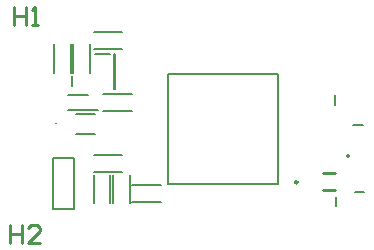
<source format=gto>
G04*
G04 #@! TF.GenerationSoftware,Altium Limited,Altium Designer,20.0.2 (26)*
G04*
G04 Layer_Color=65535*
%FSLAX25Y25*%
%MOIN*%
G70*
G01*
G75*
%ADD10C,0.00787*%
%ADD11C,0.01000*%
%ADD12C,0.00984*%
%ADD13C,0.00600*%
D10*
X1510Y38315D02*
G03*
X1510Y38315I-210J0D01*
G01*
X646Y26898D02*
X7732D01*
X646Y9811D02*
Y26898D01*
Y9811D02*
X7732D01*
Y26898D01*
X20937Y61388D02*
X21331D01*
Y49892D02*
Y61388D01*
X20937Y49892D02*
X21331D01*
X20937D02*
Y61388D01*
X14441Y61546D02*
X19559D01*
X5582Y42823D02*
X15472D01*
X5582Y47862D02*
X12118D01*
X8150Y41346D02*
X14450D01*
X8150Y34654D02*
X14450D01*
X38893Y18143D02*
X75507D01*
X38893D02*
Y54757D01*
X75507D01*
Y18143D02*
Y54757D01*
D11*
X99177Y27496D02*
G03*
X99177Y27496I-281J0D01*
G01*
X90731Y15947D02*
X94668D01*
X90731Y21853D02*
X94668D01*
X-13600Y4598D02*
Y-1400D01*
Y1599D01*
X-9601D01*
Y4598D01*
Y-1400D01*
X-3603D02*
X-7602D01*
X-3603Y2599D01*
Y3598D01*
X-4603Y4598D01*
X-6602D01*
X-7602Y3598D01*
X-12550Y77048D02*
Y71050D01*
Y74049D01*
X-8551D01*
Y77048D01*
Y71050D01*
X-6552D02*
X-4553D01*
X-5552D01*
Y77048D01*
X-6552Y76048D01*
D12*
X82200Y18733D02*
G03*
X82200Y18733I-492J0D01*
G01*
D13*
X14187Y11772D02*
Y21220D01*
X19699Y11772D02*
Y21220D01*
X14287Y22193D02*
X23736D01*
X14287Y27705D02*
X23736D01*
X20736Y11772D02*
Y21220D01*
X26248Y11772D02*
Y21220D01*
X27051Y12169D02*
X36500D01*
X27051Y17681D02*
X36500D01*
X100725Y37750D02*
X103875D01*
X94552Y44525D02*
Y47675D01*
X94866Y10675D02*
Y13825D01*
X101175Y15301D02*
X104325D01*
X14126Y63144D02*
X23574D01*
X14126Y68656D02*
X23574D01*
X919Y55276D02*
Y64725D01*
X6431Y55276D02*
Y64725D01*
X6850Y50825D02*
Y53975D01*
X17376Y47956D02*
X26824D01*
X17376Y42444D02*
X26824D01*
X12831Y55276D02*
Y64725D01*
X7319Y55276D02*
Y64725D01*
M02*

</source>
